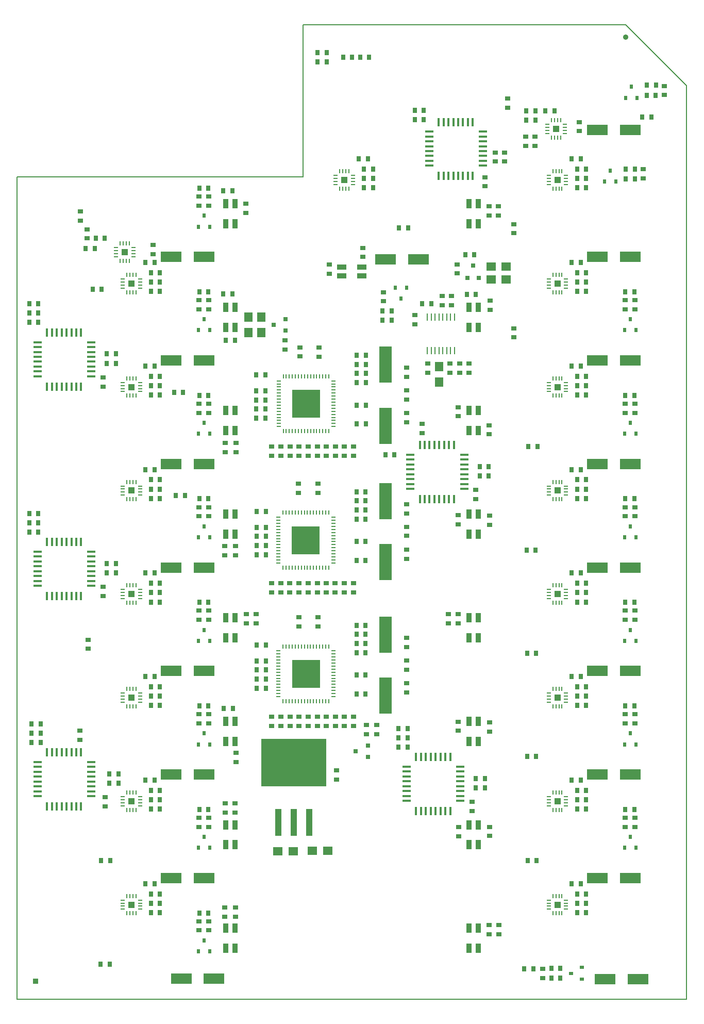
<source format=gbr>
%FSLAX35Y35*%
%MOIN*%
G04 EasyPC Gerber Version 18.0.8 Build 3632 *
%ADD143R,0.00702X0.02750*%
%ADD148R,0.00978X0.05112*%
%ADD157R,0.01569X0.05506*%
%ADD160R,0.01962X0.03143*%
%ADD155R,0.02750X0.03143*%
%ADD149R,0.02750X0.03537*%
%ADD142R,0.03537X0.03537*%
%ADD158R,0.03537X0.05899*%
%ADD146R,0.03931X0.17710*%
%ADD153R,0.05506X0.05899*%
%ADD152R,0.07868X0.23222*%
%ADD159R,0.04324X0.04324*%
%ADD145R,0.18104X0.18104*%
%ADD10C,0.00500*%
%ADD141C,0.03537*%
%ADD144R,0.02750X0.00702*%
%ADD156R,0.05506X0.01569*%
%ADD163R,0.03143X0.01962*%
%ADD154R,0.03143X0.02750*%
%ADD150R,0.03537X0.02750*%
%ADD162R,0.05899X0.03537*%
%ADD151R,0.05899X0.05506*%
%ADD161R,0.13773X0.06687*%
%ADD147R,0.42120X0.30702*%
X0Y0D02*
D02*
D10*
X39370Y39370D02*
Y570866D01*
X224409*
Y669291*
X433071*
X472441Y629921*
Y39370*
X39370*
D02*
D141*
X433071Y661417D03*
D02*
D142*
X51181Y51181D03*
D02*
D143*
X106063Y516673D03*
Y527894D03*
X108031Y516673D03*
Y527894D03*
X110000Y516673D03*
Y527894D03*
X110276Y94902D03*
Y106122D03*
Y161831D03*
Y173051D03*
Y228760D03*
Y239980D03*
Y295689D03*
Y306909D03*
Y362618D03*
Y373839D03*
Y429547D03*
Y440768D03*
Y496476D03*
Y507697D03*
X111969Y516673D03*
Y527894D03*
X112244Y94902D03*
Y106122D03*
Y161831D03*
Y173051D03*
Y228760D03*
Y239980D03*
Y295689D03*
Y306909D03*
Y362618D03*
Y373839D03*
Y429547D03*
Y440768D03*
Y496476D03*
Y507697D03*
X114213Y94902D03*
Y106122D03*
Y161831D03*
Y173051D03*
Y228760D03*
Y239980D03*
Y295689D03*
Y306909D03*
Y362618D03*
Y373839D03*
Y429547D03*
Y440768D03*
Y496476D03*
Y507697D03*
X116181Y94902D03*
Y106122D03*
Y161831D03*
Y173051D03*
Y228760D03*
Y239980D03*
Y295689D03*
Y306909D03*
Y362618D03*
Y373839D03*
Y429547D03*
Y440768D03*
Y496476D03*
Y507697D03*
X211339Y318465D03*
Y353898D03*
X211378Y232087D03*
Y267520D03*
X211457Y406654D03*
Y442087D03*
X213307Y318465D03*
Y353898D03*
X213346Y232087D03*
Y267520D03*
X213425Y406654D03*
Y442087D03*
X215276Y318465D03*
Y353898D03*
X215315Y232087D03*
Y267520D03*
X215394Y406654D03*
Y442087D03*
X217244Y318465D03*
Y353898D03*
X217283Y232087D03*
Y267520D03*
X217362Y406654D03*
Y442087D03*
X219213Y318465D03*
Y353898D03*
X219252Y232087D03*
Y267520D03*
X219331Y406654D03*
Y442087D03*
X221181Y318465D03*
Y353898D03*
X221220Y232087D03*
Y267520D03*
X221299Y406654D03*
Y442087D03*
X223150Y318465D03*
Y353898D03*
X223189Y232087D03*
Y267520D03*
X223268Y406654D03*
Y442087D03*
X225118Y318465D03*
Y353898D03*
X225157Y232087D03*
Y267520D03*
X225236Y406654D03*
Y442087D03*
X227087Y318465D03*
Y353898D03*
X227126Y232087D03*
Y267520D03*
X227205Y406654D03*
Y442087D03*
X229055Y318465D03*
Y353898D03*
X229094Y232087D03*
Y267520D03*
X229173Y406654D03*
Y442087D03*
X231024Y318465D03*
Y353898D03*
X231063Y232087D03*
Y267520D03*
X231142Y406654D03*
Y442087D03*
X232992Y318465D03*
Y353898D03*
X233031Y232087D03*
Y267520D03*
X233110Y406654D03*
Y442087D03*
X234961Y318465D03*
Y353898D03*
X235000Y232087D03*
Y267520D03*
X235079Y406654D03*
Y442087D03*
X236929Y318465D03*
Y353898D03*
X236969Y232087D03*
Y267520D03*
X237047Y406654D03*
Y442087D03*
X238898Y318465D03*
Y353898D03*
X238937Y232087D03*
Y267520D03*
X239016Y406654D03*
Y442087D03*
X240866Y318465D03*
Y353898D03*
X240906Y232087D03*
Y267520D03*
X240984Y406654D03*
Y442087D03*
X248071Y563406D03*
Y574626D03*
X250039Y563406D03*
Y574626D03*
X252008Y563406D03*
Y574626D03*
X253976Y563406D03*
Y574626D03*
X384921Y596437D03*
Y607657D03*
X385866Y94902D03*
Y106122D03*
Y161831D03*
Y173051D03*
Y228760D03*
Y239980D03*
Y295689D03*
Y306909D03*
Y362618D03*
Y373839D03*
Y429547D03*
Y440768D03*
Y496476D03*
Y507697D03*
Y563406D03*
Y574626D03*
X386890Y596437D03*
Y607657D03*
X387835Y94902D03*
Y106122D03*
Y161831D03*
Y173051D03*
Y228760D03*
Y239980D03*
Y295689D03*
Y306909D03*
Y362618D03*
Y373839D03*
Y429547D03*
Y440768D03*
Y496476D03*
Y507697D03*
Y563406D03*
Y574626D03*
X388858Y596437D03*
Y607657D03*
X389803Y94902D03*
Y106122D03*
Y161831D03*
Y173051D03*
Y228760D03*
Y239980D03*
Y295689D03*
Y306909D03*
Y362618D03*
Y373839D03*
Y429547D03*
Y440768D03*
Y496476D03*
Y507697D03*
Y563406D03*
Y574626D03*
X390827Y596437D03*
Y607657D03*
X391772Y94902D03*
Y106122D03*
Y161831D03*
Y173051D03*
Y228760D03*
Y239980D03*
Y295689D03*
Y306909D03*
Y362618D03*
Y373839D03*
Y429547D03*
Y440768D03*
Y496476D03*
Y507697D03*
Y563406D03*
Y574626D03*
D02*
D144*
X103406Y519331D03*
Y521299D03*
Y523268D03*
Y525236D03*
X107618Y97559D03*
Y99528D03*
Y101496D03*
Y103465D03*
Y164488D03*
Y166457D03*
Y168425D03*
Y170394D03*
Y231417D03*
Y233386D03*
Y235354D03*
Y237323D03*
Y298346D03*
Y300315D03*
Y302283D03*
Y304252D03*
Y365276D03*
Y367244D03*
Y369213D03*
Y371181D03*
Y432205D03*
Y434173D03*
Y436142D03*
Y438110D03*
Y499134D03*
Y501102D03*
Y503071D03*
Y505039D03*
X114626Y519331D03*
Y521299D03*
Y523268D03*
Y525236D03*
X118839Y97559D03*
Y99528D03*
Y101496D03*
Y103465D03*
Y164488D03*
Y166457D03*
Y168425D03*
Y170394D03*
Y231417D03*
Y233386D03*
Y235354D03*
Y237323D03*
Y298346D03*
Y300315D03*
Y302283D03*
Y304252D03*
Y365276D03*
Y367244D03*
Y369213D03*
Y371181D03*
Y432205D03*
Y434173D03*
Y436142D03*
Y438110D03*
Y499134D03*
Y501102D03*
Y503071D03*
Y505039D03*
X208386Y321417D03*
Y323386D03*
Y325354D03*
Y327323D03*
Y329291D03*
Y331260D03*
Y333228D03*
Y335197D03*
Y337165D03*
Y339134D03*
Y341102D03*
Y343071D03*
Y345039D03*
Y347008D03*
Y348976D03*
Y350945D03*
X208425Y235039D03*
Y237008D03*
Y238976D03*
Y240945D03*
Y242913D03*
Y244882D03*
Y246850D03*
Y248819D03*
Y250787D03*
Y252756D03*
Y254724D03*
Y256693D03*
Y258661D03*
Y260630D03*
Y262598D03*
Y264567D03*
X208504Y409606D03*
Y411575D03*
Y413543D03*
Y415512D03*
Y417480D03*
Y419449D03*
Y421417D03*
Y423386D03*
Y425354D03*
Y427323D03*
Y429291D03*
Y431260D03*
Y433228D03*
Y435197D03*
Y437165D03*
Y439134D03*
X243819Y321417D03*
Y323386D03*
Y325354D03*
Y327323D03*
Y329291D03*
Y331260D03*
Y333228D03*
Y335197D03*
Y337165D03*
Y339134D03*
Y341102D03*
Y343071D03*
Y345039D03*
Y347008D03*
Y348976D03*
Y350945D03*
X243858Y235039D03*
Y237008D03*
Y238976D03*
Y240945D03*
Y242913D03*
Y244882D03*
Y246850D03*
Y248819D03*
Y250787D03*
Y252756D03*
Y254724D03*
Y256693D03*
Y258661D03*
Y260630D03*
Y262598D03*
Y264567D03*
X243937Y409606D03*
Y411575D03*
Y413543D03*
Y415512D03*
Y417480D03*
Y419449D03*
Y421417D03*
Y423386D03*
Y425354D03*
Y427323D03*
Y429291D03*
Y431260D03*
Y433228D03*
Y435197D03*
Y437165D03*
Y439134D03*
X245413Y566063D03*
Y568031D03*
Y570000D03*
Y571969D03*
X256634Y566063D03*
Y568031D03*
Y570000D03*
Y571969D03*
X382264Y599094D03*
Y601063D03*
Y603031D03*
Y605000D03*
X383209Y97559D03*
Y99528D03*
Y101496D03*
Y103465D03*
Y164488D03*
Y166457D03*
Y168425D03*
Y170394D03*
Y231417D03*
Y233386D03*
Y235354D03*
Y237323D03*
Y298346D03*
Y300315D03*
Y302283D03*
Y304252D03*
Y365276D03*
Y367244D03*
Y369213D03*
Y371181D03*
Y432205D03*
Y434173D03*
Y436142D03*
Y438110D03*
Y499134D03*
Y501102D03*
Y503071D03*
Y505039D03*
Y566063D03*
Y568031D03*
Y570000D03*
Y571969D03*
X393484Y599094D03*
Y601063D03*
Y603031D03*
Y605000D03*
X394429Y97559D03*
Y99528D03*
Y101496D03*
Y103465D03*
Y164488D03*
Y166457D03*
Y168425D03*
Y170394D03*
Y231417D03*
Y233386D03*
Y235354D03*
Y237323D03*
Y298346D03*
Y300315D03*
Y302283D03*
Y304252D03*
Y365276D03*
Y367244D03*
Y369213D03*
Y371181D03*
Y432205D03*
Y434173D03*
Y436142D03*
Y438110D03*
Y499134D03*
Y501102D03*
Y503071D03*
Y505039D03*
Y566063D03*
Y568031D03*
Y570000D03*
Y571969D03*
D02*
D145*
X226102Y336181D03*
X226142Y249803D03*
X226220Y424370D03*
D02*
D146*
X208268Y153602D03*
X218268D03*
X228268D03*
D02*
D147*
X218169Y192382D03*
D02*
D148*
X304675Y458583D03*
Y480236D03*
X307175Y458583D03*
Y480236D03*
X309675Y458583D03*
Y480236D03*
X312175Y458583D03*
Y480236D03*
X314675Y458583D03*
Y480236D03*
X317175Y458583D03*
Y480236D03*
X319675Y458583D03*
Y480236D03*
X322175Y458583D03*
Y480236D03*
D02*
D149*
X47146Y341476D03*
Y347480D03*
Y353484D03*
Y476870D03*
Y482874D03*
Y488878D03*
X48681Y205453D03*
Y211457D03*
Y217461D03*
X53051Y341476D03*
Y347480D03*
Y353484D03*
Y476870D03*
Y482874D03*
Y488878D03*
X54587Y205453D03*
Y211457D03*
Y217461D03*
X83543Y524803D03*
X88150Y498228D03*
X89449Y524803D03*
X90118Y531496D03*
X93307Y62008D03*
X93602Y129035D03*
X94055Y498228D03*
X96024Y531496D03*
X97362Y315118D03*
Y321142D03*
Y450512D03*
Y456535D03*
X98898Y179094D03*
Y185118D03*
X99213Y62008D03*
X99508Y129035D03*
X103268Y315118D03*
Y321142D03*
Y450512D03*
Y456535D03*
X104803Y179094D03*
Y185118D03*
X122441Y114134D03*
Y181063D03*
Y247992D03*
Y314921D03*
Y381850D03*
Y448780D03*
Y515709D03*
X125866Y95394D03*
Y101457D03*
Y107520D03*
Y162323D03*
Y168386D03*
Y174449D03*
Y229252D03*
Y235315D03*
Y241378D03*
Y296181D03*
Y302244D03*
Y308307D03*
Y363110D03*
Y369173D03*
Y375236D03*
Y430039D03*
Y436102D03*
Y442165D03*
Y496969D03*
Y503031D03*
Y509094D03*
X128346Y114134D03*
Y181063D03*
Y247992D03*
Y314921D03*
Y381850D03*
Y448780D03*
Y515709D03*
X131772Y95394D03*
Y101457D03*
Y107520D03*
Y162323D03*
Y168386D03*
Y174449D03*
Y229252D03*
Y235315D03*
Y241378D03*
Y296181D03*
Y302244D03*
Y308307D03*
Y363110D03*
Y369173D03*
Y375236D03*
Y430039D03*
Y436102D03*
Y442165D03*
Y496969D03*
Y503031D03*
Y509094D03*
X140846Y431594D03*
X142087Y364921D03*
X146752Y431594D03*
X147992Y364921D03*
X157126Y95157D03*
Y162087D03*
Y229016D03*
Y295945D03*
Y362874D03*
Y429803D03*
Y496732D03*
Y563661D03*
X163031Y95157D03*
Y162087D03*
Y229016D03*
Y295945D03*
Y362874D03*
Y429803D03*
Y496732D03*
Y563661D03*
X172677Y495197D03*
X172736Y562008D03*
X172913Y227402D03*
X174213Y465512D03*
X178583Y495197D03*
X178642Y562008D03*
X178819Y227402D03*
X180118Y465512D03*
X194016Y414961D03*
Y420866D03*
Y426772D03*
Y432677D03*
Y443031D03*
X194390Y326772D03*
Y332677D03*
Y338583D03*
Y344488D03*
Y354823D03*
X194429Y240394D03*
Y246299D03*
Y252205D03*
Y258110D03*
Y268445D03*
X199921Y414961D03*
Y420866D03*
Y426772D03*
Y432677D03*
Y443031D03*
X200295Y326772D03*
Y332677D03*
Y338583D03*
Y344488D03*
Y354823D03*
X200335Y240394D03*
Y246299D03*
Y252205D03*
Y258110D03*
Y268445D03*
X233543Y645315D03*
X233583Y651496D03*
X239449Y645315D03*
X239488Y651496D03*
X250157Y648386D03*
X256063D03*
X258780Y323110D03*
Y335276D03*
Y349764D03*
Y355669D03*
Y361575D03*
Y367480D03*
X258819Y236732D03*
Y248898D03*
Y263386D03*
Y269291D03*
Y275197D03*
Y281102D03*
X258898Y411299D03*
Y423465D03*
Y437953D03*
Y443858D03*
Y449764D03*
Y455669D03*
X260236Y582638D03*
X261181Y648425D03*
X263661Y563898D03*
Y569961D03*
Y576024D03*
X264685Y323110D03*
Y335276D03*
Y349764D03*
Y355669D03*
Y361575D03*
Y367480D03*
X264724Y236732D03*
Y248898D03*
Y263386D03*
Y269291D03*
Y275197D03*
Y281102D03*
X264803Y411299D03*
Y423465D03*
Y437953D03*
Y443858D03*
Y449764D03*
Y455669D03*
X266142Y582638D03*
X267087Y648425D03*
X269567Y563898D03*
Y569961D03*
Y576024D03*
X275591Y478228D03*
X275709Y484370D03*
X277461Y391437D03*
X281496Y478228D03*
X281614Y484370D03*
X283366Y391437D03*
X285886Y202461D03*
Y208465D03*
Y214469D03*
X286220Y537894D03*
X291791Y202461D03*
Y208465D03*
Y214469D03*
X292126Y537894D03*
X296496Y608071D03*
Y613976D03*
X301280Y488976D03*
X302402Y608071D03*
Y613976D03*
X307185Y488976D03*
X329134Y520768D03*
X330157Y494882D03*
X335039Y520768D03*
X336063Y494882D03*
X336102Y176102D03*
Y182126D03*
X338465Y377756D03*
Y383780D03*
X342008Y176102D03*
Y182126D03*
X344370Y377756D03*
Y383780D03*
X367362Y58858D03*
X368661Y607717D03*
Y613622D03*
X368848Y329774D03*
X369134Y196339D03*
Y262953D03*
X369488Y129016D03*
X369882Y396604D03*
X373268Y58858D03*
X374567Y607717D03*
Y613622D03*
X374754Y329774D03*
X375039Y196339D03*
Y262953D03*
X375394Y129016D03*
X375787Y396604D03*
X381063Y613622D03*
X384803Y52953D03*
Y59370D03*
X386969Y613622D03*
X390709Y52953D03*
Y59370D03*
X398031Y114134D03*
Y181063D03*
Y247992D03*
Y314921D03*
Y381850D03*
Y448780D03*
Y515709D03*
Y582638D03*
X401457Y95394D03*
Y101457D03*
Y107520D03*
Y162323D03*
Y168386D03*
Y174449D03*
Y229252D03*
Y235315D03*
Y241378D03*
Y296181D03*
Y302244D03*
Y308307D03*
Y363110D03*
Y369173D03*
Y375236D03*
Y430039D03*
Y436102D03*
Y442165D03*
Y496969D03*
Y503031D03*
Y509094D03*
Y563898D03*
Y569961D03*
Y576024D03*
X403937Y114134D03*
Y181063D03*
Y247992D03*
Y314921D03*
Y381850D03*
Y448780D03*
Y515709D03*
Y582638D03*
X407362Y95394D03*
Y101457D03*
Y107520D03*
Y162323D03*
Y168386D03*
Y174449D03*
Y229252D03*
Y235315D03*
Y241378D03*
Y296181D03*
Y302244D03*
Y308307D03*
Y363110D03*
Y369173D03*
Y375236D03*
Y430039D03*
Y436102D03*
Y442165D03*
Y496969D03*
Y503031D03*
Y509094D03*
Y563898D03*
Y569961D03*
Y576024D03*
X432717Y162087D03*
Y229016D03*
Y295945D03*
Y362874D03*
Y429803D03*
Y496732D03*
X432874Y569665D03*
Y576083D03*
X438622Y162087D03*
Y229016D03*
Y295945D03*
Y362874D03*
Y429803D03*
Y496732D03*
X438780Y569665D03*
Y576083D03*
X443701Y609646D03*
X446516Y623839D03*
X446555Y630217D03*
X449606Y609646D03*
X452421Y623839D03*
X452461Y630217D03*
D02*
D150*
X79823Y207087D03*
Y212992D03*
X80118Y542756D03*
Y548661D03*
X84528Y531260D03*
Y537165D03*
X85276Y265866D03*
Y271772D03*
X94783Y300039D03*
Y305945D03*
Y435433D03*
Y441339D03*
X96319Y164016D03*
Y169921D03*
X127283Y521181D03*
Y527087D03*
X157008Y83858D03*
Y89764D03*
Y150787D03*
Y156693D03*
Y217717D03*
Y223622D03*
Y284646D03*
Y290551D03*
Y351575D03*
Y357480D03*
Y418504D03*
Y424409D03*
Y485433D03*
Y491339D03*
Y552362D03*
Y558268D03*
X163425Y83858D03*
Y89764D03*
Y150787D03*
Y156693D03*
Y217717D03*
Y223622D03*
Y284646D03*
Y290551D03*
Y351575D03*
Y357480D03*
Y418504D03*
Y424409D03*
Y485433D03*
Y491339D03*
Y552362D03*
Y558268D03*
X173701Y326339D03*
Y332244D03*
X173720Y92835D03*
Y98740D03*
X173780Y393110D03*
Y399016D03*
X173937Y160000D03*
Y165906D03*
X180433Y160079D03*
Y165984D03*
X180512Y92638D03*
Y98543D03*
X180709Y326299D03*
Y332205D03*
X180906Y393189D03*
Y399094D03*
X180945Y192677D03*
Y198583D03*
X187402Y547736D03*
Y553642D03*
X187756Y282480D03*
Y288386D03*
X194055Y282480D03*
Y288386D03*
X203937Y302480D03*
Y308386D03*
X203976Y216102D03*
Y222008D03*
X204055Y390669D03*
Y396575D03*
X209843Y302480D03*
Y308386D03*
X209882Y216102D03*
Y222008D03*
X209961Y390669D03*
Y396575D03*
X212480Y459449D03*
Y465354D03*
X215748Y302480D03*
Y308386D03*
X215787Y216102D03*
Y222008D03*
X215866Y390669D03*
Y396575D03*
X221417Y366693D03*
Y372598D03*
X221457Y280315D03*
Y286220D03*
X221654Y302480D03*
Y308386D03*
X221693Y216102D03*
Y222008D03*
X221772Y390669D03*
Y396575D03*
X222205Y454882D03*
Y460787D03*
X227559Y302480D03*
Y308386D03*
X227598Y216102D03*
Y222008D03*
X227677Y390669D03*
Y396575D03*
X233465Y302480D03*
Y308386D03*
X233504Y216102D03*
Y222008D03*
X233583Y390669D03*
Y396575D03*
X233819Y366693D03*
Y372598D03*
X233858Y280315D03*
Y286220D03*
X234764Y454803D03*
Y460709D03*
X239173Y302480D03*
Y308386D03*
X239213Y216102D03*
Y222008D03*
X239291Y390669D03*
Y396575D03*
X241339Y508307D03*
Y514213D03*
X245079Y302480D03*
Y308386D03*
X245118Y216102D03*
Y222008D03*
X245197Y390669D03*
Y396575D03*
X245945Y181339D03*
Y187244D03*
X250984Y302480D03*
Y308386D03*
X251024Y216102D03*
Y222008D03*
X251102Y390669D03*
Y396575D03*
X256890Y302480D03*
Y308386D03*
X256929Y216102D03*
Y222008D03*
X257008Y390669D03*
Y396575D03*
X262795Y519252D03*
Y525157D03*
X265394Y210669D03*
Y216575D03*
X271850Y210709D03*
Y216614D03*
X276339Y490591D03*
Y496496D03*
X291142Y324134D03*
Y330039D03*
Y338898D03*
Y344803D03*
Y353465D03*
Y359370D03*
X291181Y237756D03*
Y243661D03*
Y252520D03*
Y258425D03*
Y267087D03*
Y272992D03*
X291260Y412323D03*
Y418228D03*
Y427087D03*
Y432992D03*
Y441654D03*
Y447559D03*
X296752Y475787D03*
Y481693D03*
X301280Y405315D03*
Y411220D03*
X304961Y444449D03*
Y450354D03*
X314370Y488189D03*
Y494094D03*
X318307Y282480D03*
Y288386D03*
X319370Y444449D03*
Y450354D03*
X320354Y488189D03*
Y494094D03*
X323819Y508563D03*
Y514469D03*
X324508Y282480D03*
Y288386D03*
X324606Y212894D03*
Y218799D03*
Y416240D03*
Y422146D03*
X324646Y346358D03*
Y352264D03*
X324803Y144803D03*
Y150709D03*
X325591Y444390D03*
Y450295D03*
X331693Y444390D03*
Y450295D03*
X333524Y161024D03*
Y166929D03*
X335886Y362677D03*
Y368583D03*
X341831Y564862D03*
Y570768D03*
X344587Y545965D03*
Y551870D03*
X344685Y81496D03*
Y87402D03*
Y404606D03*
Y410512D03*
X344783Y144882D03*
Y150787D03*
Y346161D03*
Y352067D03*
X344882Y212402D03*
Y218307D03*
X345374Y485138D03*
Y491043D03*
X348622Y580906D03*
Y586811D03*
X350689Y545965D03*
Y551870D03*
X350984Y81496D03*
Y87402D03*
X354626Y580906D03*
Y586811D03*
X356496Y615650D03*
Y621555D03*
X360748Y467283D03*
Y473189D03*
Y534606D03*
Y540512D03*
X368228Y591142D03*
Y597047D03*
X374134Y591142D03*
Y597047D03*
X379409Y53071D03*
Y58976D03*
X403071Y600551D03*
Y606457D03*
X432598Y150787D03*
Y156693D03*
Y217717D03*
Y223622D03*
Y284646D03*
Y290551D03*
Y351575D03*
Y357480D03*
Y418504D03*
Y424409D03*
Y485433D03*
Y491339D03*
X439016Y150787D03*
Y156693D03*
Y217717D03*
Y223622D03*
Y284646D03*
Y290551D03*
Y351575D03*
Y357480D03*
Y418504D03*
Y424409D03*
Y485433D03*
Y491339D03*
X444173Y570059D03*
Y575965D03*
X457972Y623917D03*
Y629823D03*
D02*
D151*
X208071Y134882D03*
X217913D03*
X230394Y135197D03*
X240236D03*
X345866Y504724D03*
Y513110D03*
X355709Y504724D03*
Y513110D03*
D02*
D152*
X277598Y321969D03*
Y361339D03*
X277638Y235591D03*
Y274961D03*
X277717Y410157D03*
Y449528D03*
D02*
D153*
X188976Y470472D03*
Y480315D03*
X197244Y470472D03*
Y480315D03*
X312126Y438504D03*
Y448346D03*
D02*
D154*
X205118Y475354D03*
X212992Y471614D03*
Y479094D03*
X258307Y199764D03*
X266181Y196024D03*
Y203504D03*
D02*
D155*
X330472Y505787D03*
X334213Y513661D03*
X337953Y505787D03*
D02*
D156*
X52500Y170669D03*
Y173819D03*
Y176969D03*
Y180118D03*
Y183268D03*
Y186417D03*
Y189567D03*
Y192717D03*
Y306693D03*
Y309843D03*
Y312992D03*
Y316142D03*
Y319291D03*
Y322441D03*
Y325591D03*
Y328740D03*
Y442087D03*
Y445236D03*
Y448386D03*
Y451535D03*
Y454685D03*
Y457835D03*
Y460984D03*
Y464134D03*
X87343Y170669D03*
Y173819D03*
Y176969D03*
Y180118D03*
Y183268D03*
Y186417D03*
Y189567D03*
Y192717D03*
Y306693D03*
Y309843D03*
Y312992D03*
Y316142D03*
Y319291D03*
Y322441D03*
Y325591D03*
Y328740D03*
Y442087D03*
Y445236D03*
Y448386D03*
Y451535D03*
Y454685D03*
Y457835D03*
Y460984D03*
Y464134D03*
X291240Y167677D03*
Y170827D03*
Y173976D03*
Y177126D03*
Y180276D03*
Y183425D03*
Y186575D03*
Y189724D03*
X293602Y369331D03*
Y372480D03*
Y375630D03*
Y378780D03*
Y381929D03*
Y385079D03*
Y388228D03*
Y391378D03*
X305807Y578248D03*
Y581398D03*
Y584547D03*
Y587697D03*
Y590846D03*
Y593996D03*
Y597146D03*
Y600295D03*
X326083Y167677D03*
Y170827D03*
Y173976D03*
Y177126D03*
Y180276D03*
Y183425D03*
Y186575D03*
Y189724D03*
X328445Y369331D03*
Y372480D03*
Y375630D03*
Y378780D03*
Y381929D03*
Y385079D03*
Y388228D03*
Y391378D03*
X340650Y578248D03*
Y581398D03*
Y584547D03*
Y587697D03*
Y590846D03*
Y593996D03*
Y597146D03*
Y600295D03*
D02*
D157*
X58701Y164075D03*
Y198917D03*
Y300098D03*
Y334941D03*
Y435492D03*
Y470335D03*
X61850Y164075D03*
Y198917D03*
Y300098D03*
Y334941D03*
Y435492D03*
Y470335D03*
X65000Y164075D03*
Y198917D03*
Y300098D03*
Y334941D03*
Y435492D03*
Y470335D03*
X68150Y164075D03*
Y198917D03*
Y300098D03*
Y334941D03*
Y435492D03*
Y470335D03*
X71299Y164075D03*
Y198917D03*
Y300098D03*
Y334941D03*
Y435492D03*
Y470335D03*
X74449Y164075D03*
Y198917D03*
Y300098D03*
Y334941D03*
Y435492D03*
Y470335D03*
X77598Y164075D03*
Y198917D03*
Y300098D03*
Y334941D03*
Y435492D03*
Y470335D03*
X80748Y164075D03*
Y198917D03*
Y300098D03*
Y334941D03*
Y435492D03*
Y470335D03*
X297441Y161083D03*
Y195925D03*
X299803Y362736D03*
Y397579D03*
X300591Y161083D03*
Y195925D03*
X302953Y362736D03*
Y397579D03*
X303740Y161083D03*
Y195925D03*
X306102Y362736D03*
Y397579D03*
X306890Y161083D03*
Y195925D03*
X309252Y362736D03*
Y397579D03*
X310039Y161083D03*
Y195925D03*
X312008Y571654D03*
Y606496D03*
X312402Y362736D03*
Y397579D03*
X313189Y161083D03*
Y195925D03*
X315157Y571654D03*
Y606496D03*
X315551Y362736D03*
Y397579D03*
X316339Y161083D03*
Y195925D03*
X318307Y571654D03*
Y606496D03*
X318701Y362736D03*
Y397579D03*
X319488Y161083D03*
Y195925D03*
X321457Y571654D03*
Y606496D03*
X321850Y362736D03*
Y397579D03*
X324606Y571654D03*
Y606496D03*
X327756Y571654D03*
Y606496D03*
X330906Y571654D03*
Y606496D03*
X334055Y571654D03*
Y606496D03*
D02*
D158*
X174213Y72264D03*
Y85236D03*
Y139193D03*
Y152165D03*
Y206122D03*
Y219094D03*
Y273051D03*
Y286024D03*
Y339980D03*
Y352953D03*
Y406909D03*
Y419882D03*
Y473839D03*
Y486811D03*
Y540768D03*
Y553740D03*
X180118Y72264D03*
Y85236D03*
Y139193D03*
Y152165D03*
Y206122D03*
Y219094D03*
Y273051D03*
Y286024D03*
Y339980D03*
Y352953D03*
Y406909D03*
Y419882D03*
Y473839D03*
Y486811D03*
Y540768D03*
Y553740D03*
X331693Y72264D03*
Y85236D03*
Y139193D03*
Y152165D03*
Y206122D03*
Y219094D03*
Y273051D03*
Y286024D03*
Y339980D03*
Y352953D03*
Y406909D03*
Y419882D03*
Y473839D03*
Y486811D03*
Y540768D03*
Y553740D03*
X337598Y72264D03*
Y85236D03*
Y139193D03*
Y152165D03*
Y206122D03*
Y219094D03*
Y273051D03*
Y286024D03*
Y339980D03*
Y352953D03*
Y406909D03*
Y419882D03*
Y473839D03*
Y486811D03*
Y540768D03*
Y553740D03*
D02*
D159*
X109016Y522283D03*
X113228Y100512D03*
Y167441D03*
Y234370D03*
Y301299D03*
Y368228D03*
Y435157D03*
Y502087D03*
X251024Y569016D03*
X387874Y602047D03*
X388819Y100512D03*
Y167441D03*
Y234370D03*
Y301299D03*
Y368228D03*
Y435157D03*
Y502087D03*
Y569016D03*
D02*
D160*
X156575Y70315D03*
Y137244D03*
Y204173D03*
Y271102D03*
Y338031D03*
Y404961D03*
Y471890D03*
Y538819D03*
X160315Y77402D03*
Y144331D03*
Y211260D03*
Y278189D03*
Y345118D03*
Y412047D03*
Y478976D03*
Y545906D03*
X164055Y70315D03*
Y137244D03*
Y204173D03*
Y271102D03*
Y338031D03*
Y404961D03*
Y471890D03*
Y538819D03*
X283780Y499449D03*
X287520Y492362D03*
X291260Y499449D03*
X419173Y567953D03*
X422913Y575039D03*
X426654Y567953D03*
X432165Y137244D03*
Y204173D03*
Y271102D03*
Y338031D03*
Y404961D03*
Y471890D03*
X432874Y622126D03*
X435906Y144331D03*
Y211260D03*
Y278189D03*
Y345118D03*
Y412047D03*
Y478976D03*
X436614Y629213D03*
X439646Y137244D03*
Y204173D03*
Y271102D03*
Y338031D03*
Y404961D03*
Y471890D03*
X440354Y622126D03*
D02*
D161*
X138976Y117717D03*
Y184646D03*
Y251575D03*
Y318504D03*
Y385433D03*
Y452362D03*
Y519291D03*
X145472Y52677D03*
X160236Y117717D03*
Y184646D03*
Y251575D03*
Y318504D03*
Y385433D03*
Y452362D03*
Y519291D03*
X166732Y52677D03*
X277756Y517756D03*
X299016D03*
X414567Y117717D03*
Y184646D03*
Y251575D03*
Y318504D03*
Y385433D03*
Y452362D03*
Y519291D03*
Y601496D03*
X419567Y52520D03*
X435827Y117717D03*
Y184646D03*
Y251575D03*
Y318504D03*
Y385433D03*
Y452362D03*
Y519291D03*
Y601496D03*
X440827Y52520D03*
D02*
D162*
X249429Y506890D03*
Y512795D03*
X262402Y506890D03*
Y512795D03*
D02*
D163*
X397480Y56181D03*
X404567Y52441D03*
Y59921D03*
X0Y0D02*
M02*

</source>
